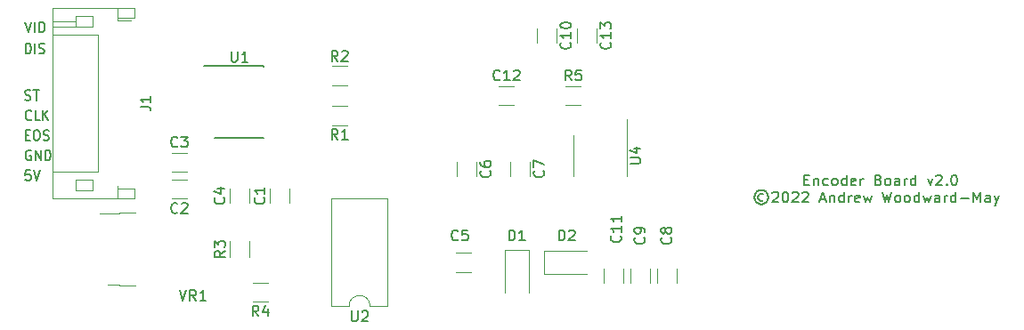
<source format=gto>
G04 #@! TF.GenerationSoftware,KiCad,Pcbnew,(6.0.2)*
G04 #@! TF.CreationDate,2022-03-10T22:37:30+00:00*
G04 #@! TF.ProjectId,EncoderCMOS,456e636f-6465-4724-934d-4f532e6b6963,rev?*
G04 #@! TF.SameCoordinates,Original*
G04 #@! TF.FileFunction,Legend,Top*
G04 #@! TF.FilePolarity,Positive*
%FSLAX46Y46*%
G04 Gerber Fmt 4.6, Leading zero omitted, Abs format (unit mm)*
G04 Created by KiCad (PCBNEW (6.0.2)) date 2022-03-10 22:37:30*
%MOMM*%
%LPD*%
G01*
G04 APERTURE LIST*
%ADD10C,0.150000*%
%ADD11C,0.120000*%
G04 APERTURE END LIST*
D10*
X15733028Y-21495880D02*
X15733028Y-20495880D01*
X15947314Y-20495880D01*
X16075885Y-20543500D01*
X16161600Y-20638738D01*
X16204457Y-20733976D01*
X16247314Y-20924452D01*
X16247314Y-21067309D01*
X16204457Y-21257785D01*
X16161600Y-21353023D01*
X16075885Y-21448261D01*
X15947314Y-21495880D01*
X15733028Y-21495880D01*
X16633028Y-21495880D02*
X16633028Y-20495880D01*
X17018742Y-21448261D02*
X17147314Y-21495880D01*
X17361600Y-21495880D01*
X17447314Y-21448261D01*
X17490171Y-21400642D01*
X17533028Y-21305404D01*
X17533028Y-21210166D01*
X17490171Y-21114928D01*
X17447314Y-21067309D01*
X17361600Y-21019690D01*
X17190171Y-20972071D01*
X17104457Y-20924452D01*
X17061600Y-20876833D01*
X17018742Y-20781595D01*
X17018742Y-20686357D01*
X17061600Y-20591119D01*
X17104457Y-20543500D01*
X17190171Y-20495880D01*
X17404457Y-20495880D01*
X17533028Y-20543500D01*
X15698114Y-18463880D02*
X15998114Y-19463880D01*
X16298114Y-18463880D01*
X16598114Y-19463880D02*
X16598114Y-18463880D01*
X17026685Y-19463880D02*
X17026685Y-18463880D01*
X17240971Y-18463880D01*
X17369542Y-18511500D01*
X17455257Y-18606738D01*
X17498114Y-18701976D01*
X17540971Y-18892452D01*
X17540971Y-19035309D01*
X17498114Y-19225785D01*
X17455257Y-19321023D01*
X17369542Y-19416261D01*
X17240971Y-19463880D01*
X17026685Y-19463880D01*
X15721942Y-29227071D02*
X16021942Y-29227071D01*
X16150514Y-29750880D02*
X15721942Y-29750880D01*
X15721942Y-28750880D01*
X16150514Y-28750880D01*
X16707657Y-28750880D02*
X16879085Y-28750880D01*
X16964800Y-28798500D01*
X17050514Y-28893738D01*
X17093371Y-29084214D01*
X17093371Y-29417547D01*
X17050514Y-29608023D01*
X16964800Y-29703261D01*
X16879085Y-29750880D01*
X16707657Y-29750880D01*
X16621942Y-29703261D01*
X16536228Y-29608023D01*
X16493371Y-29417547D01*
X16493371Y-29084214D01*
X16536228Y-28893738D01*
X16621942Y-28798500D01*
X16707657Y-28750880D01*
X17436228Y-29703261D02*
X17564800Y-29750880D01*
X17779085Y-29750880D01*
X17864800Y-29703261D01*
X17907657Y-29655642D01*
X17950514Y-29560404D01*
X17950514Y-29465166D01*
X17907657Y-29369928D01*
X17864800Y-29322309D01*
X17779085Y-29274690D01*
X17607657Y-29227071D01*
X17521942Y-29179452D01*
X17479085Y-29131833D01*
X17436228Y-29036595D01*
X17436228Y-28941357D01*
X17479085Y-28846119D01*
X17521942Y-28798500D01*
X17607657Y-28750880D01*
X17821942Y-28750880D01*
X17950514Y-28798500D01*
X15706800Y-25893261D02*
X15835371Y-25940880D01*
X16049657Y-25940880D01*
X16135371Y-25893261D01*
X16178228Y-25845642D01*
X16221085Y-25750404D01*
X16221085Y-25655166D01*
X16178228Y-25559928D01*
X16135371Y-25512309D01*
X16049657Y-25464690D01*
X15878228Y-25417071D01*
X15792514Y-25369452D01*
X15749657Y-25321833D01*
X15706800Y-25226595D01*
X15706800Y-25131357D01*
X15749657Y-25036119D01*
X15792514Y-24988500D01*
X15878228Y-24940880D01*
X16092514Y-24940880D01*
X16221085Y-24988500D01*
X16478228Y-24940880D02*
X16992514Y-24940880D01*
X16735371Y-25940880D02*
X16735371Y-24940880D01*
X16279085Y-27750642D02*
X16236228Y-27798261D01*
X16107657Y-27845880D01*
X16021942Y-27845880D01*
X15893371Y-27798261D01*
X15807657Y-27703023D01*
X15764800Y-27607785D01*
X15721942Y-27417309D01*
X15721942Y-27274452D01*
X15764800Y-27083976D01*
X15807657Y-26988738D01*
X15893371Y-26893500D01*
X16021942Y-26845880D01*
X16107657Y-26845880D01*
X16236228Y-26893500D01*
X16279085Y-26941119D01*
X17093371Y-27845880D02*
X16664800Y-27845880D01*
X16664800Y-26845880D01*
X17393371Y-27845880D02*
X17393371Y-26845880D01*
X17907657Y-27845880D02*
X17521942Y-27274452D01*
X17907657Y-26845880D02*
X17393371Y-27417309D01*
X16230685Y-30703500D02*
X16144971Y-30655880D01*
X16016400Y-30655880D01*
X15887828Y-30703500D01*
X15802114Y-30798738D01*
X15759257Y-30893976D01*
X15716400Y-31084452D01*
X15716400Y-31227309D01*
X15759257Y-31417785D01*
X15802114Y-31513023D01*
X15887828Y-31608261D01*
X16016400Y-31655880D01*
X16102114Y-31655880D01*
X16230685Y-31608261D01*
X16273542Y-31560642D01*
X16273542Y-31227309D01*
X16102114Y-31227309D01*
X16659257Y-31655880D02*
X16659257Y-30655880D01*
X17173542Y-31655880D01*
X17173542Y-30655880D01*
X17602114Y-31655880D02*
X17602114Y-30655880D01*
X17816400Y-30655880D01*
X17944971Y-30703500D01*
X18030685Y-30798738D01*
X18073542Y-30893976D01*
X18116400Y-31084452D01*
X18116400Y-31227309D01*
X18073542Y-31417785D01*
X18030685Y-31513023D01*
X17944971Y-31608261D01*
X17816400Y-31655880D01*
X17602114Y-31655880D01*
X16186171Y-32560880D02*
X15757600Y-32560880D01*
X15714742Y-33037071D01*
X15757600Y-32989452D01*
X15843314Y-32941833D01*
X16057600Y-32941833D01*
X16143314Y-32989452D01*
X16186171Y-33037071D01*
X16229028Y-33132309D01*
X16229028Y-33370404D01*
X16186171Y-33465642D01*
X16143314Y-33513261D01*
X16057600Y-33560880D01*
X15843314Y-33560880D01*
X15757600Y-33513261D01*
X15714742Y-33465642D01*
X16486171Y-32560880D02*
X16786171Y-33560880D01*
X17086171Y-32560880D01*
X89789904Y-33502071D02*
X90123238Y-33502071D01*
X90266095Y-34025880D02*
X89789904Y-34025880D01*
X89789904Y-33025880D01*
X90266095Y-33025880D01*
X90694666Y-33359214D02*
X90694666Y-34025880D01*
X90694666Y-33454452D02*
X90742285Y-33406833D01*
X90837523Y-33359214D01*
X90980380Y-33359214D01*
X91075619Y-33406833D01*
X91123238Y-33502071D01*
X91123238Y-34025880D01*
X92028000Y-33978261D02*
X91932761Y-34025880D01*
X91742285Y-34025880D01*
X91647047Y-33978261D01*
X91599428Y-33930642D01*
X91551809Y-33835404D01*
X91551809Y-33549690D01*
X91599428Y-33454452D01*
X91647047Y-33406833D01*
X91742285Y-33359214D01*
X91932761Y-33359214D01*
X92028000Y-33406833D01*
X92599428Y-34025880D02*
X92504190Y-33978261D01*
X92456571Y-33930642D01*
X92408952Y-33835404D01*
X92408952Y-33549690D01*
X92456571Y-33454452D01*
X92504190Y-33406833D01*
X92599428Y-33359214D01*
X92742285Y-33359214D01*
X92837523Y-33406833D01*
X92885142Y-33454452D01*
X92932761Y-33549690D01*
X92932761Y-33835404D01*
X92885142Y-33930642D01*
X92837523Y-33978261D01*
X92742285Y-34025880D01*
X92599428Y-34025880D01*
X93789904Y-34025880D02*
X93789904Y-33025880D01*
X93789904Y-33978261D02*
X93694666Y-34025880D01*
X93504190Y-34025880D01*
X93408952Y-33978261D01*
X93361333Y-33930642D01*
X93313714Y-33835404D01*
X93313714Y-33549690D01*
X93361333Y-33454452D01*
X93408952Y-33406833D01*
X93504190Y-33359214D01*
X93694666Y-33359214D01*
X93789904Y-33406833D01*
X94647047Y-33978261D02*
X94551809Y-34025880D01*
X94361333Y-34025880D01*
X94266095Y-33978261D01*
X94218476Y-33883023D01*
X94218476Y-33502071D01*
X94266095Y-33406833D01*
X94361333Y-33359214D01*
X94551809Y-33359214D01*
X94647047Y-33406833D01*
X94694666Y-33502071D01*
X94694666Y-33597309D01*
X94218476Y-33692547D01*
X95123238Y-34025880D02*
X95123238Y-33359214D01*
X95123238Y-33549690D02*
X95170857Y-33454452D01*
X95218476Y-33406833D01*
X95313714Y-33359214D01*
X95408952Y-33359214D01*
X96837523Y-33502071D02*
X96980380Y-33549690D01*
X97028000Y-33597309D01*
X97075619Y-33692547D01*
X97075619Y-33835404D01*
X97028000Y-33930642D01*
X96980380Y-33978261D01*
X96885142Y-34025880D01*
X96504190Y-34025880D01*
X96504190Y-33025880D01*
X96837523Y-33025880D01*
X96932761Y-33073500D01*
X96980380Y-33121119D01*
X97028000Y-33216357D01*
X97028000Y-33311595D01*
X96980380Y-33406833D01*
X96932761Y-33454452D01*
X96837523Y-33502071D01*
X96504190Y-33502071D01*
X97647047Y-34025880D02*
X97551809Y-33978261D01*
X97504190Y-33930642D01*
X97456571Y-33835404D01*
X97456571Y-33549690D01*
X97504190Y-33454452D01*
X97551809Y-33406833D01*
X97647047Y-33359214D01*
X97789904Y-33359214D01*
X97885142Y-33406833D01*
X97932761Y-33454452D01*
X97980380Y-33549690D01*
X97980380Y-33835404D01*
X97932761Y-33930642D01*
X97885142Y-33978261D01*
X97789904Y-34025880D01*
X97647047Y-34025880D01*
X98837523Y-34025880D02*
X98837523Y-33502071D01*
X98789904Y-33406833D01*
X98694666Y-33359214D01*
X98504190Y-33359214D01*
X98408952Y-33406833D01*
X98837523Y-33978261D02*
X98742285Y-34025880D01*
X98504190Y-34025880D01*
X98408952Y-33978261D01*
X98361333Y-33883023D01*
X98361333Y-33787785D01*
X98408952Y-33692547D01*
X98504190Y-33644928D01*
X98742285Y-33644928D01*
X98837523Y-33597309D01*
X99313714Y-34025880D02*
X99313714Y-33359214D01*
X99313714Y-33549690D02*
X99361333Y-33454452D01*
X99408952Y-33406833D01*
X99504190Y-33359214D01*
X99599428Y-33359214D01*
X100361333Y-34025880D02*
X100361333Y-33025880D01*
X100361333Y-33978261D02*
X100266095Y-34025880D01*
X100075619Y-34025880D01*
X99980380Y-33978261D01*
X99932761Y-33930642D01*
X99885142Y-33835404D01*
X99885142Y-33549690D01*
X99932761Y-33454452D01*
X99980380Y-33406833D01*
X100075619Y-33359214D01*
X100266095Y-33359214D01*
X100361333Y-33406833D01*
X101504190Y-33359214D02*
X101742285Y-34025880D01*
X101980380Y-33359214D01*
X102313714Y-33121119D02*
X102361333Y-33073500D01*
X102456571Y-33025880D01*
X102694666Y-33025880D01*
X102789904Y-33073500D01*
X102837523Y-33121119D01*
X102885142Y-33216357D01*
X102885142Y-33311595D01*
X102837523Y-33454452D01*
X102266095Y-34025880D01*
X102885142Y-34025880D01*
X103313714Y-33930642D02*
X103361333Y-33978261D01*
X103313714Y-34025880D01*
X103266095Y-33978261D01*
X103313714Y-33930642D01*
X103313714Y-34025880D01*
X103980380Y-33025880D02*
X104075619Y-33025880D01*
X104170857Y-33073500D01*
X104218476Y-33121119D01*
X104266095Y-33216357D01*
X104313714Y-33406833D01*
X104313714Y-33644928D01*
X104266095Y-33835404D01*
X104218476Y-33930642D01*
X104170857Y-33978261D01*
X104075619Y-34025880D01*
X103980380Y-34025880D01*
X103885142Y-33978261D01*
X103837523Y-33930642D01*
X103789904Y-33835404D01*
X103742285Y-33644928D01*
X103742285Y-33406833D01*
X103789904Y-33216357D01*
X103837523Y-33121119D01*
X103885142Y-33073500D01*
X103980380Y-33025880D01*
X85885142Y-34873976D02*
X85789904Y-34826357D01*
X85599428Y-34826357D01*
X85504190Y-34873976D01*
X85408952Y-34969214D01*
X85361333Y-35064452D01*
X85361333Y-35254928D01*
X85408952Y-35350166D01*
X85504190Y-35445404D01*
X85599428Y-35493023D01*
X85789904Y-35493023D01*
X85885142Y-35445404D01*
X85694666Y-34493023D02*
X85456571Y-34540642D01*
X85218476Y-34683500D01*
X85075619Y-34921595D01*
X85028000Y-35159690D01*
X85075619Y-35397785D01*
X85218476Y-35635880D01*
X85456571Y-35778738D01*
X85694666Y-35826357D01*
X85932761Y-35778738D01*
X86170857Y-35635880D01*
X86313714Y-35397785D01*
X86361333Y-35159690D01*
X86313714Y-34921595D01*
X86170857Y-34683500D01*
X85932761Y-34540642D01*
X85694666Y-34493023D01*
X86742285Y-34731119D02*
X86789904Y-34683500D01*
X86885142Y-34635880D01*
X87123238Y-34635880D01*
X87218476Y-34683500D01*
X87266095Y-34731119D01*
X87313714Y-34826357D01*
X87313714Y-34921595D01*
X87266095Y-35064452D01*
X86694666Y-35635880D01*
X87313714Y-35635880D01*
X87932761Y-34635880D02*
X88028000Y-34635880D01*
X88123238Y-34683500D01*
X88170857Y-34731119D01*
X88218476Y-34826357D01*
X88266095Y-35016833D01*
X88266095Y-35254928D01*
X88218476Y-35445404D01*
X88170857Y-35540642D01*
X88123238Y-35588261D01*
X88028000Y-35635880D01*
X87932761Y-35635880D01*
X87837523Y-35588261D01*
X87789904Y-35540642D01*
X87742285Y-35445404D01*
X87694666Y-35254928D01*
X87694666Y-35016833D01*
X87742285Y-34826357D01*
X87789904Y-34731119D01*
X87837523Y-34683500D01*
X87932761Y-34635880D01*
X88647047Y-34731119D02*
X88694666Y-34683500D01*
X88789904Y-34635880D01*
X89028000Y-34635880D01*
X89123238Y-34683500D01*
X89170857Y-34731119D01*
X89218476Y-34826357D01*
X89218476Y-34921595D01*
X89170857Y-35064452D01*
X88599428Y-35635880D01*
X89218476Y-35635880D01*
X89599428Y-34731119D02*
X89647047Y-34683500D01*
X89742285Y-34635880D01*
X89980380Y-34635880D01*
X90075619Y-34683500D01*
X90123238Y-34731119D01*
X90170857Y-34826357D01*
X90170857Y-34921595D01*
X90123238Y-35064452D01*
X89551809Y-35635880D01*
X90170857Y-35635880D01*
X91313714Y-35350166D02*
X91789904Y-35350166D01*
X91218476Y-35635880D02*
X91551809Y-34635880D01*
X91885142Y-35635880D01*
X92218476Y-34969214D02*
X92218476Y-35635880D01*
X92218476Y-35064452D02*
X92266095Y-35016833D01*
X92361333Y-34969214D01*
X92504190Y-34969214D01*
X92599428Y-35016833D01*
X92647047Y-35112071D01*
X92647047Y-35635880D01*
X93551809Y-35635880D02*
X93551809Y-34635880D01*
X93551809Y-35588261D02*
X93456571Y-35635880D01*
X93266095Y-35635880D01*
X93170857Y-35588261D01*
X93123238Y-35540642D01*
X93075619Y-35445404D01*
X93075619Y-35159690D01*
X93123238Y-35064452D01*
X93170857Y-35016833D01*
X93266095Y-34969214D01*
X93456571Y-34969214D01*
X93551809Y-35016833D01*
X94028000Y-35635880D02*
X94028000Y-34969214D01*
X94028000Y-35159690D02*
X94075619Y-35064452D01*
X94123238Y-35016833D01*
X94218476Y-34969214D01*
X94313714Y-34969214D01*
X95028000Y-35588261D02*
X94932761Y-35635880D01*
X94742285Y-35635880D01*
X94647047Y-35588261D01*
X94599428Y-35493023D01*
X94599428Y-35112071D01*
X94647047Y-35016833D01*
X94742285Y-34969214D01*
X94932761Y-34969214D01*
X95028000Y-35016833D01*
X95075619Y-35112071D01*
X95075619Y-35207309D01*
X94599428Y-35302547D01*
X95408952Y-34969214D02*
X95599428Y-35635880D01*
X95789904Y-35159690D01*
X95980380Y-35635880D01*
X96170857Y-34969214D01*
X97218476Y-34635880D02*
X97456571Y-35635880D01*
X97647047Y-34921595D01*
X97837523Y-35635880D01*
X98075619Y-34635880D01*
X98599428Y-35635880D02*
X98504190Y-35588261D01*
X98456571Y-35540642D01*
X98408952Y-35445404D01*
X98408952Y-35159690D01*
X98456571Y-35064452D01*
X98504190Y-35016833D01*
X98599428Y-34969214D01*
X98742285Y-34969214D01*
X98837523Y-35016833D01*
X98885142Y-35064452D01*
X98932761Y-35159690D01*
X98932761Y-35445404D01*
X98885142Y-35540642D01*
X98837523Y-35588261D01*
X98742285Y-35635880D01*
X98599428Y-35635880D01*
X99504190Y-35635880D02*
X99408952Y-35588261D01*
X99361333Y-35540642D01*
X99313714Y-35445404D01*
X99313714Y-35159690D01*
X99361333Y-35064452D01*
X99408952Y-35016833D01*
X99504190Y-34969214D01*
X99647047Y-34969214D01*
X99742285Y-35016833D01*
X99789904Y-35064452D01*
X99837523Y-35159690D01*
X99837523Y-35445404D01*
X99789904Y-35540642D01*
X99742285Y-35588261D01*
X99647047Y-35635880D01*
X99504190Y-35635880D01*
X100694666Y-35635880D02*
X100694666Y-34635880D01*
X100694666Y-35588261D02*
X100599428Y-35635880D01*
X100408952Y-35635880D01*
X100313714Y-35588261D01*
X100266095Y-35540642D01*
X100218476Y-35445404D01*
X100218476Y-35159690D01*
X100266095Y-35064452D01*
X100313714Y-35016833D01*
X100408952Y-34969214D01*
X100599428Y-34969214D01*
X100694666Y-35016833D01*
X101075619Y-34969214D02*
X101266095Y-35635880D01*
X101456571Y-35159690D01*
X101647047Y-35635880D01*
X101837523Y-34969214D01*
X102647047Y-35635880D02*
X102647047Y-35112071D01*
X102599428Y-35016833D01*
X102504190Y-34969214D01*
X102313714Y-34969214D01*
X102218476Y-35016833D01*
X102647047Y-35588261D02*
X102551809Y-35635880D01*
X102313714Y-35635880D01*
X102218476Y-35588261D01*
X102170857Y-35493023D01*
X102170857Y-35397785D01*
X102218476Y-35302547D01*
X102313714Y-35254928D01*
X102551809Y-35254928D01*
X102647047Y-35207309D01*
X103123238Y-35635880D02*
X103123238Y-34969214D01*
X103123238Y-35159690D02*
X103170857Y-35064452D01*
X103218476Y-35016833D01*
X103313714Y-34969214D01*
X103408952Y-34969214D01*
X104170857Y-35635880D02*
X104170857Y-34635880D01*
X104170857Y-35588261D02*
X104075619Y-35635880D01*
X103885142Y-35635880D01*
X103789904Y-35588261D01*
X103742285Y-35540642D01*
X103694666Y-35445404D01*
X103694666Y-35159690D01*
X103742285Y-35064452D01*
X103789904Y-35016833D01*
X103885142Y-34969214D01*
X104075619Y-34969214D01*
X104170857Y-35016833D01*
X104647047Y-35254928D02*
X105408952Y-35254928D01*
X105885142Y-35635880D02*
X105885142Y-34635880D01*
X106218476Y-35350166D01*
X106551809Y-34635880D01*
X106551809Y-35635880D01*
X107456571Y-35635880D02*
X107456571Y-35112071D01*
X107408952Y-35016833D01*
X107313714Y-34969214D01*
X107123238Y-34969214D01*
X107027999Y-35016833D01*
X107456571Y-35588261D02*
X107361333Y-35635880D01*
X107123238Y-35635880D01*
X107027999Y-35588261D01*
X106980380Y-35493023D01*
X106980380Y-35397785D01*
X107027999Y-35302547D01*
X107123238Y-35254928D01*
X107361333Y-35254928D01*
X107456571Y-35207309D01*
X107837523Y-34969214D02*
X108075619Y-35635880D01*
X108313714Y-34969214D02*
X108075619Y-35635880D01*
X107980380Y-35873976D01*
X107932761Y-35921595D01*
X107837523Y-35969214D01*
X34575142Y-35180166D02*
X34622761Y-35227785D01*
X34670380Y-35370642D01*
X34670380Y-35465880D01*
X34622761Y-35608738D01*
X34527523Y-35703976D01*
X34432285Y-35751595D01*
X34241809Y-35799214D01*
X34098952Y-35799214D01*
X33908476Y-35751595D01*
X33813238Y-35703976D01*
X33718000Y-35608738D01*
X33670380Y-35465880D01*
X33670380Y-35370642D01*
X33718000Y-35227785D01*
X33765619Y-35180166D01*
X34003714Y-34323023D02*
X34670380Y-34323023D01*
X33622761Y-34561119D02*
X34337047Y-34799214D01*
X34337047Y-34180166D01*
X60825142Y-23940642D02*
X60777523Y-23988261D01*
X60634666Y-24035880D01*
X60539428Y-24035880D01*
X60396571Y-23988261D01*
X60301333Y-23893023D01*
X60253714Y-23797785D01*
X60206095Y-23607309D01*
X60206095Y-23464452D01*
X60253714Y-23273976D01*
X60301333Y-23178738D01*
X60396571Y-23083500D01*
X60539428Y-23035880D01*
X60634666Y-23035880D01*
X60777523Y-23083500D01*
X60825142Y-23131119D01*
X61777523Y-24035880D02*
X61206095Y-24035880D01*
X61491809Y-24035880D02*
X61491809Y-23035880D01*
X61396571Y-23178738D01*
X61301333Y-23273976D01*
X61206095Y-23321595D01*
X62158476Y-23131119D02*
X62206095Y-23083500D01*
X62301333Y-23035880D01*
X62539428Y-23035880D01*
X62634666Y-23083500D01*
X62682285Y-23131119D01*
X62729904Y-23226357D01*
X62729904Y-23321595D01*
X62682285Y-23464452D01*
X62110857Y-24035880D01*
X62729904Y-24035880D01*
X30368476Y-43990880D02*
X30701809Y-44990880D01*
X31035142Y-43990880D01*
X31939904Y-44990880D02*
X31606571Y-44514690D01*
X31368476Y-44990880D02*
X31368476Y-43990880D01*
X31749428Y-43990880D01*
X31844666Y-44038500D01*
X31892285Y-44086119D01*
X31939904Y-44181357D01*
X31939904Y-44324214D01*
X31892285Y-44419452D01*
X31844666Y-44467071D01*
X31749428Y-44514690D01*
X31368476Y-44514690D01*
X32892285Y-44990880D02*
X32320857Y-44990880D01*
X32606571Y-44990880D02*
X32606571Y-43990880D01*
X32511333Y-44133738D01*
X32416095Y-44228976D01*
X32320857Y-44276595D01*
X45426333Y-22215880D02*
X45093000Y-21739690D01*
X44854904Y-22215880D02*
X44854904Y-21215880D01*
X45235857Y-21215880D01*
X45331095Y-21263500D01*
X45378714Y-21311119D01*
X45426333Y-21406357D01*
X45426333Y-21549214D01*
X45378714Y-21644452D01*
X45331095Y-21692071D01*
X45235857Y-21739690D01*
X44854904Y-21739690D01*
X45807285Y-21311119D02*
X45854904Y-21263500D01*
X45950142Y-21215880D01*
X46188238Y-21215880D01*
X46283476Y-21263500D01*
X46331095Y-21311119D01*
X46378714Y-21406357D01*
X46378714Y-21501595D01*
X46331095Y-21644452D01*
X45759666Y-22215880D01*
X46378714Y-22215880D01*
X59865142Y-32640166D02*
X59912761Y-32687785D01*
X59960380Y-32830642D01*
X59960380Y-32925880D01*
X59912761Y-33068738D01*
X59817523Y-33163976D01*
X59722285Y-33211595D01*
X59531809Y-33259214D01*
X59388952Y-33259214D01*
X59198476Y-33211595D01*
X59103238Y-33163976D01*
X59008000Y-33068738D01*
X58960380Y-32925880D01*
X58960380Y-32830642D01*
X59008000Y-32687785D01*
X59055619Y-32640166D01*
X58960380Y-31783023D02*
X58960380Y-31973500D01*
X59008000Y-32068738D01*
X59055619Y-32116357D01*
X59198476Y-32211595D01*
X59388952Y-32259214D01*
X59769904Y-32259214D01*
X59865142Y-32211595D01*
X59912761Y-32163976D01*
X59960380Y-32068738D01*
X59960380Y-31878261D01*
X59912761Y-31783023D01*
X59865142Y-31735404D01*
X59769904Y-31687785D01*
X59531809Y-31687785D01*
X59436571Y-31735404D01*
X59388952Y-31783023D01*
X59341333Y-31878261D01*
X59341333Y-32068738D01*
X59388952Y-32163976D01*
X59436571Y-32211595D01*
X59531809Y-32259214D01*
X67485142Y-20416357D02*
X67532761Y-20463976D01*
X67580380Y-20606833D01*
X67580380Y-20702071D01*
X67532761Y-20844928D01*
X67437523Y-20940166D01*
X67342285Y-20987785D01*
X67151809Y-21035404D01*
X67008952Y-21035404D01*
X66818476Y-20987785D01*
X66723238Y-20940166D01*
X66628000Y-20844928D01*
X66580380Y-20702071D01*
X66580380Y-20606833D01*
X66628000Y-20463976D01*
X66675619Y-20416357D01*
X67580380Y-19463976D02*
X67580380Y-20035404D01*
X67580380Y-19749690D02*
X66580380Y-19749690D01*
X66723238Y-19844928D01*
X66818476Y-19940166D01*
X66866095Y-20035404D01*
X66580380Y-18844928D02*
X66580380Y-18749690D01*
X66628000Y-18654452D01*
X66675619Y-18606833D01*
X66770857Y-18559214D01*
X66961333Y-18511595D01*
X67199428Y-18511595D01*
X67389904Y-18559214D01*
X67485142Y-18606833D01*
X67532761Y-18654452D01*
X67580380Y-18749690D01*
X67580380Y-18844928D01*
X67532761Y-18940166D01*
X67485142Y-18987785D01*
X67389904Y-19035404D01*
X67199428Y-19083023D01*
X66961333Y-19083023D01*
X66770857Y-19035404D01*
X66675619Y-18987785D01*
X66628000Y-18940166D01*
X66580380Y-18844928D01*
X37891333Y-46468380D02*
X37558000Y-45992190D01*
X37319904Y-46468380D02*
X37319904Y-45468380D01*
X37700857Y-45468380D01*
X37796095Y-45516000D01*
X37843714Y-45563619D01*
X37891333Y-45658857D01*
X37891333Y-45801714D01*
X37843714Y-45896952D01*
X37796095Y-45944571D01*
X37700857Y-45992190D01*
X37319904Y-45992190D01*
X38748476Y-45801714D02*
X38748476Y-46468380D01*
X38510380Y-45420761D02*
X38272285Y-46135047D01*
X38891333Y-46135047D01*
X67651333Y-24035880D02*
X67318000Y-23559690D01*
X67079904Y-24035880D02*
X67079904Y-23035880D01*
X67460857Y-23035880D01*
X67556095Y-23083500D01*
X67603714Y-23131119D01*
X67651333Y-23226357D01*
X67651333Y-23369214D01*
X67603714Y-23464452D01*
X67556095Y-23512071D01*
X67460857Y-23559690D01*
X67079904Y-23559690D01*
X68556095Y-23035880D02*
X68079904Y-23035880D01*
X68032285Y-23512071D01*
X68079904Y-23464452D01*
X68175142Y-23416833D01*
X68413238Y-23416833D01*
X68508476Y-23464452D01*
X68556095Y-23512071D01*
X68603714Y-23607309D01*
X68603714Y-23845404D01*
X68556095Y-23940642D01*
X68508476Y-23988261D01*
X68413238Y-24035880D01*
X68175142Y-24035880D01*
X68079904Y-23988261D01*
X68032285Y-23940642D01*
X61707404Y-39275880D02*
X61707404Y-38275880D01*
X61945500Y-38275880D01*
X62088357Y-38323500D01*
X62183595Y-38418738D01*
X62231214Y-38513976D01*
X62278833Y-38704452D01*
X62278833Y-38847309D01*
X62231214Y-39037785D01*
X62183595Y-39133023D01*
X62088357Y-39228261D01*
X61945500Y-39275880D01*
X61707404Y-39275880D01*
X63231214Y-39275880D02*
X62659785Y-39275880D01*
X62945500Y-39275880D02*
X62945500Y-38275880D01*
X62850261Y-38418738D01*
X62755023Y-38513976D01*
X62659785Y-38561595D01*
X71295142Y-20416357D02*
X71342761Y-20463976D01*
X71390380Y-20606833D01*
X71390380Y-20702071D01*
X71342761Y-20844928D01*
X71247523Y-20940166D01*
X71152285Y-20987785D01*
X70961809Y-21035404D01*
X70818952Y-21035404D01*
X70628476Y-20987785D01*
X70533238Y-20940166D01*
X70438000Y-20844928D01*
X70390380Y-20702071D01*
X70390380Y-20606833D01*
X70438000Y-20463976D01*
X70485619Y-20416357D01*
X71390380Y-19463976D02*
X71390380Y-20035404D01*
X71390380Y-19749690D02*
X70390380Y-19749690D01*
X70533238Y-19844928D01*
X70628476Y-19940166D01*
X70676095Y-20035404D01*
X70390380Y-19130642D02*
X70390380Y-18511595D01*
X70771333Y-18844928D01*
X70771333Y-18702071D01*
X70818952Y-18606833D01*
X70866571Y-18559214D01*
X70961809Y-18511595D01*
X71199904Y-18511595D01*
X71295142Y-18559214D01*
X71342761Y-18606833D01*
X71390380Y-18702071D01*
X71390380Y-18987785D01*
X71342761Y-19083023D01*
X71295142Y-19130642D01*
X26640380Y-26536833D02*
X27354666Y-26536833D01*
X27497523Y-26584452D01*
X27592761Y-26679690D01*
X27640380Y-26822547D01*
X27640380Y-26917785D01*
X27640380Y-25536833D02*
X27640380Y-26108261D01*
X27640380Y-25822547D02*
X26640380Y-25822547D01*
X26783238Y-25917785D01*
X26878476Y-26013023D01*
X26926095Y-26108261D01*
X74525142Y-38990166D02*
X74572761Y-39037785D01*
X74620380Y-39180642D01*
X74620380Y-39275880D01*
X74572761Y-39418738D01*
X74477523Y-39513976D01*
X74382285Y-39561595D01*
X74191809Y-39609214D01*
X74048952Y-39609214D01*
X73858476Y-39561595D01*
X73763238Y-39513976D01*
X73668000Y-39418738D01*
X73620380Y-39275880D01*
X73620380Y-39180642D01*
X73668000Y-39037785D01*
X73715619Y-38990166D01*
X74620380Y-38513976D02*
X74620380Y-38323500D01*
X74572761Y-38228261D01*
X74525142Y-38180642D01*
X74382285Y-38085404D01*
X74191809Y-38037785D01*
X73810857Y-38037785D01*
X73715619Y-38085404D01*
X73668000Y-38133023D01*
X73620380Y-38228261D01*
X73620380Y-38418738D01*
X73668000Y-38513976D01*
X73715619Y-38561595D01*
X73810857Y-38609214D01*
X74048952Y-38609214D01*
X74144190Y-38561595D01*
X74191809Y-38513976D01*
X74239428Y-38418738D01*
X74239428Y-38228261D01*
X74191809Y-38133023D01*
X74144190Y-38085404D01*
X74048952Y-38037785D01*
X64945142Y-32640166D02*
X64992761Y-32687785D01*
X65040380Y-32830642D01*
X65040380Y-32925880D01*
X64992761Y-33068738D01*
X64897523Y-33163976D01*
X64802285Y-33211595D01*
X64611809Y-33259214D01*
X64468952Y-33259214D01*
X64278476Y-33211595D01*
X64183238Y-33163976D01*
X64088000Y-33068738D01*
X64040380Y-32925880D01*
X64040380Y-32830642D01*
X64088000Y-32687785D01*
X64135619Y-32640166D01*
X64040380Y-32306833D02*
X64040380Y-31640166D01*
X65040380Y-32068738D01*
X45426333Y-29665880D02*
X45093000Y-29189690D01*
X44854904Y-29665880D02*
X44854904Y-28665880D01*
X45235857Y-28665880D01*
X45331095Y-28713500D01*
X45378714Y-28761119D01*
X45426333Y-28856357D01*
X45426333Y-28999214D01*
X45378714Y-29094452D01*
X45331095Y-29142071D01*
X45235857Y-29189690D01*
X44854904Y-29189690D01*
X46378714Y-29665880D02*
X45807285Y-29665880D01*
X46093000Y-29665880D02*
X46093000Y-28665880D01*
X45997761Y-28808738D01*
X45902523Y-28903976D01*
X45807285Y-28951595D01*
X34700380Y-40260166D02*
X34224190Y-40593500D01*
X34700380Y-40831595D02*
X33700380Y-40831595D01*
X33700380Y-40450642D01*
X33748000Y-40355404D01*
X33795619Y-40307785D01*
X33890857Y-40260166D01*
X34033714Y-40260166D01*
X34128952Y-40307785D01*
X34176571Y-40355404D01*
X34224190Y-40450642D01*
X34224190Y-40831595D01*
X33700380Y-39926833D02*
X33700380Y-39307785D01*
X34081333Y-39641119D01*
X34081333Y-39498261D01*
X34128952Y-39403023D01*
X34176571Y-39355404D01*
X34271809Y-39307785D01*
X34509904Y-39307785D01*
X34605142Y-39355404D01*
X34652761Y-39403023D01*
X34700380Y-39498261D01*
X34700380Y-39783976D01*
X34652761Y-39879214D01*
X34605142Y-39926833D01*
X72277642Y-38831357D02*
X72325261Y-38878976D01*
X72372880Y-39021833D01*
X72372880Y-39117071D01*
X72325261Y-39259928D01*
X72230023Y-39355166D01*
X72134785Y-39402785D01*
X71944309Y-39450404D01*
X71801452Y-39450404D01*
X71610976Y-39402785D01*
X71515738Y-39355166D01*
X71420500Y-39259928D01*
X71372880Y-39117071D01*
X71372880Y-39021833D01*
X71420500Y-38878976D01*
X71468119Y-38831357D01*
X72372880Y-37878976D02*
X72372880Y-38450404D01*
X72372880Y-38164690D02*
X71372880Y-38164690D01*
X71515738Y-38259928D01*
X71610976Y-38355166D01*
X71658595Y-38450404D01*
X72372880Y-36926595D02*
X72372880Y-37498023D01*
X72372880Y-37212309D02*
X71372880Y-37212309D01*
X71515738Y-37307547D01*
X71610976Y-37402785D01*
X71658595Y-37498023D01*
X38385142Y-35180166D02*
X38432761Y-35227785D01*
X38480380Y-35370642D01*
X38480380Y-35465880D01*
X38432761Y-35608738D01*
X38337523Y-35703976D01*
X38242285Y-35751595D01*
X38051809Y-35799214D01*
X37908952Y-35799214D01*
X37718476Y-35751595D01*
X37623238Y-35703976D01*
X37528000Y-35608738D01*
X37480380Y-35465880D01*
X37480380Y-35370642D01*
X37528000Y-35227785D01*
X37575619Y-35180166D01*
X38480380Y-34227785D02*
X38480380Y-34799214D01*
X38480380Y-34513500D02*
X37480380Y-34513500D01*
X37623238Y-34608738D01*
X37718476Y-34703976D01*
X37766095Y-34799214D01*
X66444904Y-39275880D02*
X66444904Y-38275880D01*
X66683000Y-38275880D01*
X66825857Y-38323500D01*
X66921095Y-38418738D01*
X66968714Y-38513976D01*
X67016333Y-38704452D01*
X67016333Y-38847309D01*
X66968714Y-39037785D01*
X66921095Y-39133023D01*
X66825857Y-39228261D01*
X66683000Y-39275880D01*
X66444904Y-39275880D01*
X67397285Y-38371119D02*
X67444904Y-38323500D01*
X67540142Y-38275880D01*
X67778238Y-38275880D01*
X67873476Y-38323500D01*
X67921095Y-38371119D01*
X67968714Y-38466357D01*
X67968714Y-38561595D01*
X67921095Y-38704452D01*
X67349666Y-39275880D01*
X67968714Y-39275880D01*
X30186333Y-30290642D02*
X30138714Y-30338261D01*
X29995857Y-30385880D01*
X29900619Y-30385880D01*
X29757761Y-30338261D01*
X29662523Y-30243023D01*
X29614904Y-30147785D01*
X29567285Y-29957309D01*
X29567285Y-29814452D01*
X29614904Y-29623976D01*
X29662523Y-29528738D01*
X29757761Y-29433500D01*
X29900619Y-29385880D01*
X29995857Y-29385880D01*
X30138714Y-29433500D01*
X30186333Y-29481119D01*
X30519666Y-29385880D02*
X31138714Y-29385880D01*
X30805380Y-29766833D01*
X30948238Y-29766833D01*
X31043476Y-29814452D01*
X31091095Y-29862071D01*
X31138714Y-29957309D01*
X31138714Y-30195404D01*
X31091095Y-30290642D01*
X31043476Y-30338261D01*
X30948238Y-30385880D01*
X30662523Y-30385880D01*
X30567285Y-30338261D01*
X30519666Y-30290642D01*
X46726095Y-45968380D02*
X46726095Y-46777904D01*
X46773714Y-46873142D01*
X46821333Y-46920761D01*
X46916571Y-46968380D01*
X47107047Y-46968380D01*
X47202285Y-46920761D01*
X47249904Y-46873142D01*
X47297523Y-46777904D01*
X47297523Y-45968380D01*
X47726095Y-46063619D02*
X47773714Y-46016000D01*
X47868952Y-45968380D01*
X48107047Y-45968380D01*
X48202285Y-46016000D01*
X48249904Y-46063619D01*
X48297523Y-46158857D01*
X48297523Y-46254095D01*
X48249904Y-46396952D01*
X47678476Y-46968380D01*
X48297523Y-46968380D01*
X35306095Y-21275880D02*
X35306095Y-22085404D01*
X35353714Y-22180642D01*
X35401333Y-22228261D01*
X35496571Y-22275880D01*
X35687047Y-22275880D01*
X35782285Y-22228261D01*
X35829904Y-22180642D01*
X35877523Y-22085404D01*
X35877523Y-21275880D01*
X36877523Y-22275880D02*
X36306095Y-22275880D01*
X36591809Y-22275880D02*
X36591809Y-21275880D01*
X36496571Y-21418738D01*
X36401333Y-21513976D01*
X36306095Y-21561595D01*
X56856333Y-39180642D02*
X56808714Y-39228261D01*
X56665857Y-39275880D01*
X56570619Y-39275880D01*
X56427761Y-39228261D01*
X56332523Y-39133023D01*
X56284904Y-39037785D01*
X56237285Y-38847309D01*
X56237285Y-38704452D01*
X56284904Y-38513976D01*
X56332523Y-38418738D01*
X56427761Y-38323500D01*
X56570619Y-38275880D01*
X56665857Y-38275880D01*
X56808714Y-38323500D01*
X56856333Y-38371119D01*
X57761095Y-38275880D02*
X57284904Y-38275880D01*
X57237285Y-38752071D01*
X57284904Y-38704452D01*
X57380142Y-38656833D01*
X57618238Y-38656833D01*
X57713476Y-38704452D01*
X57761095Y-38752071D01*
X57808714Y-38847309D01*
X57808714Y-39085404D01*
X57761095Y-39180642D01*
X57713476Y-39228261D01*
X57618238Y-39275880D01*
X57380142Y-39275880D01*
X57284904Y-39228261D01*
X57237285Y-39180642D01*
X30186333Y-36585642D02*
X30138714Y-36633261D01*
X29995857Y-36680880D01*
X29900619Y-36680880D01*
X29757761Y-36633261D01*
X29662523Y-36538023D01*
X29614904Y-36442785D01*
X29567285Y-36252309D01*
X29567285Y-36109452D01*
X29614904Y-35918976D01*
X29662523Y-35823738D01*
X29757761Y-35728500D01*
X29900619Y-35680880D01*
X29995857Y-35680880D01*
X30138714Y-35728500D01*
X30186333Y-35776119D01*
X30567285Y-35776119D02*
X30614904Y-35728500D01*
X30710142Y-35680880D01*
X30948238Y-35680880D01*
X31043476Y-35728500D01*
X31091095Y-35776119D01*
X31138714Y-35871357D01*
X31138714Y-35966595D01*
X31091095Y-36109452D01*
X30519666Y-36680880D01*
X31138714Y-36680880D01*
X73210380Y-31965404D02*
X74019904Y-31965404D01*
X74115142Y-31917785D01*
X74162761Y-31870166D01*
X74210380Y-31774928D01*
X74210380Y-31584452D01*
X74162761Y-31489214D01*
X74115142Y-31441595D01*
X74019904Y-31393976D01*
X73210380Y-31393976D01*
X73543714Y-30489214D02*
X74210380Y-30489214D01*
X73162761Y-30727309D02*
X73877047Y-30965404D01*
X73877047Y-30346357D01*
X77065142Y-38990166D02*
X77112761Y-39037785D01*
X77160380Y-39180642D01*
X77160380Y-39275880D01*
X77112761Y-39418738D01*
X77017523Y-39513976D01*
X76922285Y-39561595D01*
X76731809Y-39609214D01*
X76588952Y-39609214D01*
X76398476Y-39561595D01*
X76303238Y-39513976D01*
X76208000Y-39418738D01*
X76160380Y-39275880D01*
X76160380Y-39180642D01*
X76208000Y-39037785D01*
X76255619Y-38990166D01*
X76588952Y-38418738D02*
X76541333Y-38513976D01*
X76493714Y-38561595D01*
X76398476Y-38609214D01*
X76350857Y-38609214D01*
X76255619Y-38561595D01*
X76208000Y-38513976D01*
X76160380Y-38418738D01*
X76160380Y-38228261D01*
X76208000Y-38133023D01*
X76255619Y-38085404D01*
X76350857Y-38037785D01*
X76398476Y-38037785D01*
X76493714Y-38085404D01*
X76541333Y-38133023D01*
X76588952Y-38228261D01*
X76588952Y-38418738D01*
X76636571Y-38513976D01*
X76684190Y-38561595D01*
X76779428Y-38609214D01*
X76969904Y-38609214D01*
X77065142Y-38561595D01*
X77112761Y-38513976D01*
X77160380Y-38418738D01*
X77160380Y-38228261D01*
X77112761Y-38133023D01*
X77065142Y-38085404D01*
X76969904Y-38037785D01*
X76779428Y-38037785D01*
X76684190Y-38085404D01*
X76636571Y-38133023D01*
X76588952Y-38228261D01*
D11*
X36978000Y-35724752D02*
X36978000Y-34302248D01*
X35158000Y-35724752D02*
X35158000Y-34302248D01*
X62179252Y-24578500D02*
X60756748Y-24578500D01*
X62179252Y-26398500D02*
X60756748Y-26398500D01*
X24668000Y-43443500D02*
X23568000Y-43443500D01*
X26168000Y-43543500D02*
X24668000Y-43543500D01*
X24668000Y-36643500D02*
X24668000Y-36743500D01*
X24668000Y-36743500D02*
X22768000Y-36743500D01*
X26168000Y-36643500D02*
X24668000Y-36643500D01*
X24668000Y-43543500D02*
X24668000Y-43443500D01*
X44865936Y-24493500D02*
X46320064Y-24493500D01*
X44865936Y-22673500D02*
X46320064Y-22673500D01*
X56748000Y-31762248D02*
X56748000Y-33184752D01*
X58568000Y-31762248D02*
X58568000Y-33184752D01*
X64368000Y-19062248D02*
X64368000Y-20484752D01*
X66188000Y-19062248D02*
X66188000Y-20484752D01*
X38785064Y-45106000D02*
X37330936Y-45106000D01*
X38785064Y-43286000D02*
X37330936Y-43286000D01*
X68545064Y-24578500D02*
X67090936Y-24578500D01*
X68545064Y-26398500D02*
X67090936Y-26398500D01*
X63580500Y-44233500D02*
X63580500Y-40173500D01*
X63580500Y-40173500D02*
X61310500Y-40173500D01*
X61310500Y-40173500D02*
X61310500Y-44233500D01*
X68178000Y-19062248D02*
X68178000Y-20484752D01*
X69998000Y-19062248D02*
X69998000Y-20484752D01*
X22138000Y-33503500D02*
X22138000Y-34503500D01*
X20538000Y-34503500D02*
X20538000Y-33503500D01*
X22138000Y-34503500D02*
X20538000Y-34503500D01*
X24498000Y-18343500D02*
X25713000Y-18343500D01*
X26098000Y-34343500D02*
X24498000Y-34343500D01*
X20538000Y-18903500D02*
X18278000Y-18903500D01*
X18278000Y-17143500D02*
X18278000Y-35263500D01*
X22138000Y-17903500D02*
X20538000Y-17903500D01*
X18278000Y-19703500D02*
X22638000Y-19703500D01*
X20538000Y-33503500D02*
X22138000Y-33503500D01*
X18278000Y-35263500D02*
X26098000Y-35263500D01*
X24498000Y-35263500D02*
X24498000Y-34343500D01*
X24498000Y-34343500D02*
X24498000Y-34063500D01*
X24498000Y-18343500D02*
X24498000Y-18063500D01*
X20538000Y-18403500D02*
X18278000Y-18403500D01*
X26098000Y-18063500D02*
X26098000Y-17143500D01*
X20538000Y-17903500D02*
X20538000Y-18903500D01*
X24498000Y-18063500D02*
X26098000Y-18063500D01*
X22638000Y-32703500D02*
X18278000Y-32703500D01*
X22138000Y-18903500D02*
X22138000Y-17903500D01*
X26098000Y-35263500D02*
X26098000Y-34343500D01*
X24498000Y-17143500D02*
X24498000Y-18063500D01*
X26098000Y-17143500D02*
X18278000Y-17143500D01*
X20538000Y-18903500D02*
X22138000Y-18903500D01*
X22638000Y-19703500D02*
X22638000Y-32703500D01*
X75078000Y-41922248D02*
X75078000Y-43344752D01*
X73258000Y-41922248D02*
X73258000Y-43344752D01*
X63648000Y-31762248D02*
X63648000Y-33184752D01*
X61828000Y-31762248D02*
X61828000Y-33184752D01*
X46320064Y-26483500D02*
X44865936Y-26483500D01*
X46320064Y-28303500D02*
X44865936Y-28303500D01*
X35158000Y-40820564D02*
X35158000Y-39366436D01*
X36978000Y-40820564D02*
X36978000Y-39366436D01*
X72538000Y-43344752D02*
X72538000Y-41922248D01*
X70718000Y-43344752D02*
X70718000Y-41922248D01*
X38968000Y-35724752D02*
X38968000Y-34302248D01*
X40788000Y-35724752D02*
X40788000Y-34302248D01*
X65065500Y-42498500D02*
X69125500Y-42498500D01*
X65065500Y-40228500D02*
X65065500Y-42498500D01*
X69125500Y-40228500D02*
X65065500Y-40228500D01*
X31064252Y-32748500D02*
X29641748Y-32748500D01*
X31064252Y-30928500D02*
X29641748Y-30928500D01*
X48488000Y-45516000D02*
X50138000Y-45516000D01*
X50138000Y-45516000D02*
X50138000Y-35236000D01*
X44838000Y-45516000D02*
X46488000Y-45516000D01*
X44838000Y-35236000D02*
X44838000Y-45516000D01*
X50138000Y-35236000D02*
X44838000Y-35236000D01*
X48488000Y-45516000D02*
G75*
G03*
X46488000Y-45516000I-1000000J0D01*
G01*
D10*
X33743000Y-29498500D02*
X33743000Y-29473500D01*
X32668000Y-22673500D02*
X38393000Y-22673500D01*
X38393000Y-22673500D02*
X38393000Y-22773500D01*
X38393000Y-29498500D02*
X38393000Y-29473500D01*
X33743000Y-29498500D02*
X38393000Y-29498500D01*
D11*
X56654248Y-40453500D02*
X58076752Y-40453500D01*
X56654248Y-42273500D02*
X58076752Y-42273500D01*
X31064252Y-33468500D02*
X29641748Y-33468500D01*
X31064252Y-35288500D02*
X29641748Y-35288500D01*
X72918000Y-31203500D02*
X72918000Y-27753500D01*
X72918000Y-31203500D02*
X72918000Y-33153500D01*
X67798000Y-31203500D02*
X67798000Y-29253500D01*
X67798000Y-31203500D02*
X67798000Y-33153500D01*
X77618000Y-41922248D02*
X77618000Y-43344752D01*
X75798000Y-41922248D02*
X75798000Y-43344752D01*
M02*

</source>
